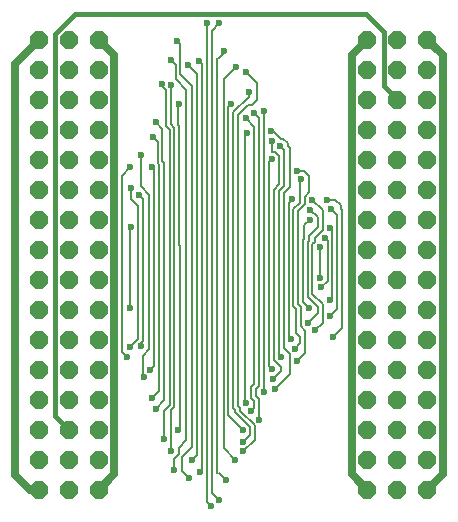
<source format=gbl>
%TF.GenerationSoftware,KiCad,Pcbnew,8.0.6*%
%TF.CreationDate,2024-12-01T20:13:50+01:00*%
%TF.ProjectId,reverseExpansionPort,72657665-7273-4654-9578-70616e73696f,rev?*%
%TF.SameCoordinates,Original*%
%TF.FileFunction,Copper,L2,Bot*%
%TF.FilePolarity,Positive*%
%FSLAX46Y46*%
G04 Gerber Fmt 4.6, Leading zero omitted, Abs format (unit mm)*
G04 Created by KiCad (PCBNEW 8.0.6) date 2024-12-01 20:13:50*
%MOMM*%
%LPD*%
G01*
G04 APERTURE LIST*
G04 Aperture macros list*
%AMOutline5P*
0 Free polygon, 5 corners , with rotation*
0 The origin of the aperture is its center*
0 number of corners: always 5*
0 $1 to $10 corner X, Y*
0 $11 Rotation angle, in degrees counterclockwise*
0 create outline with 5 corners*
4,1,5,$1,$2,$3,$4,$5,$6,$7,$8,$9,$10,$1,$2,$11*%
%AMOutline6P*
0 Free polygon, 6 corners , with rotation*
0 The origin of the aperture is its center*
0 number of corners: always 6*
0 $1 to $12 corner X, Y*
0 $13 Rotation angle, in degrees counterclockwise*
0 create outline with 6 corners*
4,1,6,$1,$2,$3,$4,$5,$6,$7,$8,$9,$10,$11,$12,$1,$2,$13*%
%AMOutline7P*
0 Free polygon, 7 corners , with rotation*
0 The origin of the aperture is its center*
0 number of corners: always 7*
0 $1 to $14 corner X, Y*
0 $15 Rotation angle, in degrees counterclockwise*
0 create outline with 7 corners*
4,1,7,$1,$2,$3,$4,$5,$6,$7,$8,$9,$10,$11,$12,$13,$14,$1,$2,$15*%
%AMOutline8P*
0 Free polygon, 8 corners , with rotation*
0 The origin of the aperture is its center*
0 number of corners: always 8*
0 $1 to $16 corner X, Y*
0 $17 Rotation angle, in degrees counterclockwise*
0 create outline with 8 corners*
4,1,8,$1,$2,$3,$4,$5,$6,$7,$8,$9,$10,$11,$12,$13,$14,$15,$16,$1,$2,$17*%
G04 Aperture macros list end*
%TA.AperFunction,ComponentPad*%
%ADD10Outline8P,-0.762000X0.315631X-0.315631X0.762000X0.315631X0.762000X0.762000X0.315631X0.762000X-0.315631X0.315631X-0.762000X-0.315631X-0.762000X-0.762000X-0.315631X180.000000*%
%TD*%
%TA.AperFunction,ComponentPad*%
%ADD11Outline8P,-0.762000X0.315631X-0.315631X0.762000X0.315631X0.762000X0.762000X0.315631X0.762000X-0.315631X0.315631X-0.762000X-0.315631X-0.762000X-0.762000X-0.315631X0.000000*%
%TD*%
%TA.AperFunction,ViaPad*%
%ADD12C,0.600000*%
%TD*%
%TA.AperFunction,Conductor*%
%ADD13C,0.400000*%
%TD*%
%TA.AperFunction,Conductor*%
%ADD14C,0.200000*%
%TD*%
%TA.AperFunction,Conductor*%
%ADD15C,0.700000*%
%TD*%
G04 APERTURE END LIST*
D10*
%TO.P,P2,A1,GND*%
%TO.N,Net-(P1-GND)*%
X132207000Y-111760000D03*
%TO.P,P2,A2,/MEMSEL*%
%TO.N,Net-(P1-{slash}MEMSEL)*%
X132207000Y-109220000D03*
%TO.P,P2,A3,/IOSEL*%
%TO.N,Net-(P1-{slash}IOSEL)*%
X132207000Y-106680000D03*
%TO.P,P2,A4,/BE*%
%TO.N,Net-(P1-{slash}BE)*%
X132207000Y-104140000D03*
%TO.P,P2,A5,D7*%
%TO.N,/D7*%
X132207000Y-101600000D03*
%TO.P,P2,A6,D6*%
%TO.N,/D6*%
X132207000Y-99060000D03*
%TO.P,P2,A7,D5*%
%TO.N,/D5*%
X132207000Y-96520000D03*
%TO.P,P2,A8,D4*%
%TO.N,/D4*%
X132207000Y-93980000D03*
%TO.P,P2,A9,D3*%
%TO.N,/D3*%
X132207000Y-91440000D03*
%TO.P,P2,A10,D2*%
%TO.N,/D2*%
X132207000Y-88900000D03*
%TO.P,P2,A11,D1*%
%TO.N,/D1*%
X132207000Y-86360000D03*
%TO.P,P2,A12,D0*%
%TO.N,/D0*%
X132207000Y-83820000D03*
%TO.P,P2,A13,/NMI*%
%TO.N,Net-(P1-{slash}NMI)*%
X132207000Y-81280000D03*
%TO.P,P2,A14,/IRQ*%
%TO.N,Net-(P1-{slash}IRQ)*%
X132207000Y-78740000D03*
%TO.P,P2,A15,/RES*%
%TO.N,Net-(P1-{slash}RES)*%
X132207000Y-76200000D03*
%TO.P,P2,A16,GND2*%
%TO.N,Net-(P1-GND)*%
X132207000Y-73660000D03*
%TO.P,P2,B1,A19*%
%TO.N,/A19*%
X134747000Y-111760000D03*
%TO.P,P2,B2,A17*%
%TO.N,/A17*%
X134747000Y-109220000D03*
%TO.P,P2,B3,A15*%
%TO.N,/A15*%
X134747000Y-106680000D03*
%TO.P,P2,B4,A13*%
%TO.N,/A13*%
X134747000Y-104140000D03*
%TO.P,P2,B5,A11*%
%TO.N,/A11*%
X134747000Y-101600000D03*
%TO.P,P2,B6,A9*%
%TO.N,/A9*%
X134747000Y-99060000D03*
%TO.P,P2,B7,A7*%
%TO.N,/A7*%
X134747000Y-96520000D03*
%TO.P,P2,B8,A5*%
%TO.N,/A5*%
X134747000Y-93980000D03*
%TO.P,P2,B9,A3*%
%TO.N,/A3*%
X134747000Y-91440000D03*
%TO.P,P2,B10,A1*%
%TO.N,/A1*%
X134747000Y-88900000D03*
%TO.P,P2,B11,SYNC*%
%TO.N,Net-(P1-SYNC)*%
X134747000Y-86360000D03*
%TO.P,P2,B12,R/-W*%
%TO.N,Net-(P1-R{slash}-W)*%
X134747000Y-83820000D03*
%TO.P,P2,B13,RDY*%
%TO.N,Net-(P1-RDY)*%
X134747000Y-81280000D03*
%TO.P,P2,B14,VCC33*%
%TO.N,Net-(P1-VCC33)*%
X134747000Y-78740000D03*
%TO.P,P2,B15,VBUF*%
%TO.N,Net-(P1-VBUF)*%
X134747000Y-76200000D03*
%TO.P,P2,B16,8PHI2*%
%TO.N,Net-(P1-8PHI2)*%
X134747000Y-73660000D03*
%TO.P,P2,C1,VCC*%
%TO.N,Net-(P1-VCC)*%
X137287000Y-111760000D03*
%TO.P,P2,C2,A18*%
%TO.N,/A18*%
X137287000Y-109220000D03*
%TO.P,P2,C3,A16*%
%TO.N,/A16*%
X137287000Y-106680000D03*
%TO.P,P2,C4,A14*%
%TO.N,/A14*%
X137287000Y-104140000D03*
%TO.P,P2,C5,A12*%
%TO.N,/A12*%
X137287000Y-101600000D03*
%TO.P,P2,C6,A10*%
%TO.N,/A10*%
X137287000Y-99060000D03*
%TO.P,P2,C7,A8*%
%TO.N,/A8*%
X137287000Y-96520000D03*
%TO.P,P2,C8,A6*%
%TO.N,/A6*%
X137287000Y-93980000D03*
%TO.P,P2,C9,A4*%
%TO.N,/A4*%
X137287000Y-91440000D03*
%TO.P,P2,C10,A2*%
%TO.N,/A2*%
X137287000Y-88900000D03*
%TO.P,P2,C11,A0*%
%TO.N,/A0*%
X137287000Y-86360000D03*
%TO.P,P2,C12,PHI2*%
%TO.N,Net-(P1-PHI2)*%
X137287000Y-83820000D03*
%TO.P,P2,C13,PHI1*%
%TO.N,Net-(P1-PHI1)*%
X137287000Y-81280000D03*
%TO.P,P2,C14,PHI0*%
%TO.N,Net-(P1-PHI0)*%
X137287000Y-78740000D03*
%TO.P,P2,C15,2PHI2*%
%TO.N,Net-(P1-2PHI2)*%
X137287000Y-76200000D03*
%TO.P,P2,C16,VCC2*%
%TO.N,Net-(P1-VCC)*%
X137287000Y-73660000D03*
%TD*%
D11*
%TO.P,P1,A1,GND*%
%TO.N,Net-(P1-GND)*%
X165100000Y-73660000D03*
%TO.P,P1,A2,/MEMSEL*%
%TO.N,Net-(P1-{slash}MEMSEL)*%
X165100000Y-76200000D03*
%TO.P,P1,A3,/IOSEL*%
%TO.N,Net-(P1-{slash}IOSEL)*%
X165100000Y-78740000D03*
%TO.P,P1,A4,/BE*%
%TO.N,Net-(P1-{slash}BE)*%
X165100000Y-81280000D03*
%TO.P,P1,A5,D7*%
%TO.N,/D7*%
X165100000Y-83820000D03*
%TO.P,P1,A6,D6*%
%TO.N,/D6*%
X165100000Y-86360000D03*
%TO.P,P1,A7,D5*%
%TO.N,/D5*%
X165100000Y-88900000D03*
%TO.P,P1,A8,D4*%
%TO.N,/D4*%
X165100000Y-91440000D03*
%TO.P,P1,A9,D3*%
%TO.N,/D3*%
X165100000Y-93980000D03*
%TO.P,P1,A10,D2*%
%TO.N,/D2*%
X165100000Y-96520000D03*
%TO.P,P1,A11,D1*%
%TO.N,/D1*%
X165100000Y-99060000D03*
%TO.P,P1,A12,D0*%
%TO.N,/D0*%
X165100000Y-101600000D03*
%TO.P,P1,A13,/NMI*%
%TO.N,Net-(P1-{slash}NMI)*%
X165100000Y-104140000D03*
%TO.P,P1,A14,/IRQ*%
%TO.N,Net-(P1-{slash}IRQ)*%
X165100000Y-106680000D03*
%TO.P,P1,A15,/RES*%
%TO.N,Net-(P1-{slash}RES)*%
X165100000Y-109220000D03*
%TO.P,P1,A16,GND2*%
%TO.N,Net-(P1-GND)*%
X165100000Y-111760000D03*
%TO.P,P1,B1,A19*%
%TO.N,/A19*%
X162560000Y-73660000D03*
%TO.P,P1,B2,A17*%
%TO.N,/A17*%
X162560000Y-76200000D03*
%TO.P,P1,B3,A15*%
%TO.N,/A15*%
X162560000Y-78740000D03*
%TO.P,P1,B4,A13*%
%TO.N,/A13*%
X162560000Y-81280000D03*
%TO.P,P1,B5,A11*%
%TO.N,/A11*%
X162560000Y-83820000D03*
%TO.P,P1,B6,A9*%
%TO.N,/A9*%
X162560000Y-86360000D03*
%TO.P,P1,B7,A7*%
%TO.N,/A7*%
X162560000Y-88900000D03*
%TO.P,P1,B8,A5*%
%TO.N,/A5*%
X162560000Y-91440000D03*
%TO.P,P1,B9,A3*%
%TO.N,/A3*%
X162560000Y-93980000D03*
%TO.P,P1,B10,A1*%
%TO.N,/A1*%
X162560000Y-96520000D03*
%TO.P,P1,B11,SYNC*%
%TO.N,Net-(P1-SYNC)*%
X162560000Y-99060000D03*
%TO.P,P1,B12,R/-W*%
%TO.N,Net-(P1-R{slash}-W)*%
X162560000Y-101600000D03*
%TO.P,P1,B13,RDY*%
%TO.N,Net-(P1-RDY)*%
X162560000Y-104140000D03*
%TO.P,P1,B14,VCC33*%
%TO.N,Net-(P1-VCC33)*%
X162560000Y-106680000D03*
%TO.P,P1,B15,VBUF*%
%TO.N,Net-(P1-VBUF)*%
X162560000Y-109220000D03*
%TO.P,P1,B16,8PHI2*%
%TO.N,Net-(P1-8PHI2)*%
X162560000Y-111760000D03*
%TO.P,P1,C1,VCC*%
%TO.N,Net-(P1-VCC)*%
X160020000Y-73660000D03*
%TO.P,P1,C2,A18*%
%TO.N,/A18*%
X160020000Y-76200000D03*
%TO.P,P1,C3,A16*%
%TO.N,/A16*%
X160020000Y-78740000D03*
%TO.P,P1,C4,A14*%
%TO.N,/A14*%
X160020000Y-81280000D03*
%TO.P,P1,C5,A12*%
%TO.N,/A12*%
X160020000Y-83820000D03*
%TO.P,P1,C6,A10*%
%TO.N,/A10*%
X160020000Y-86360000D03*
%TO.P,P1,C7,A8*%
%TO.N,/A8*%
X160020000Y-88900000D03*
%TO.P,P1,C8,A6*%
%TO.N,/A6*%
X160020000Y-91440000D03*
%TO.P,P1,C9,A4*%
%TO.N,/A4*%
X160020000Y-93980000D03*
%TO.P,P1,C10,A2*%
%TO.N,/A2*%
X160020000Y-96520000D03*
%TO.P,P1,C11,A0*%
%TO.N,/A0*%
X160020000Y-99060000D03*
%TO.P,P1,C12,PHI2*%
%TO.N,Net-(P1-PHI2)*%
X160020000Y-101600000D03*
%TO.P,P1,C13,PHI1*%
%TO.N,Net-(P1-PHI1)*%
X160020000Y-104140000D03*
%TO.P,P1,C14,PHI0*%
%TO.N,Net-(P1-PHI0)*%
X160020000Y-106680000D03*
%TO.P,P1,C15,2PHI2*%
%TO.N,Net-(P1-2PHI2)*%
X160020000Y-109220000D03*
%TO.P,P1,C16,VCC2*%
%TO.N,Net-(P1-VCC)*%
X160020000Y-111760000D03*
%TD*%
D12*
%TO.N,/A13*%
X142113000Y-80645000D03*
X142087600Y-104876600D03*
%TO.N,/A10*%
X140891863Y-99567791D03*
X140647502Y-86782493D03*
%TO.N,/A9*%
X139997502Y-86155000D03*
X139899000Y-99697621D03*
%TO.N,/A17*%
X143654616Y-110048000D03*
X143368000Y-75341000D03*
%TO.N,/A7*%
X156972000Y-88011000D03*
X156845000Y-97025000D03*
%TO.N,/A3*%
X156083000Y-94615000D03*
X156449000Y-90400003D03*
%TO.N,/A1*%
X155007092Y-97633658D03*
X155179035Y-88020054D03*
%TO.N,/A11*%
X141097000Y-102235000D03*
X140825750Y-83358000D03*
%TO.N,/A12*%
X141605000Y-101600000D03*
X141760947Y-84440000D03*
%TO.N,/A2*%
X155062845Y-96375779D03*
X155156425Y-88869756D03*
%TO.N,/A18*%
X145161000Y-109220000D03*
X144842320Y-75812000D03*
%TO.N,/A15*%
X142586911Y-77391000D03*
X142769948Y-107442000D03*
%TO.N,/A4*%
X156011000Y-91170446D03*
X156017679Y-93787041D03*
%TO.N,/A0*%
X153625124Y-87155971D03*
X153592228Y-98984893D03*
%TO.N,/A8*%
X139899000Y-96393000D03*
X139989000Y-89469756D03*
%TO.N,/A14*%
X141859000Y-81915000D03*
X141809000Y-104013000D03*
%TO.N,/A16*%
X144018000Y-106680000D03*
X144068000Y-79065401D03*
%TO.N,/A19*%
X147447000Y-72263000D03*
X147432535Y-112622339D03*
%TO.N,Net-(P1-2PHI2)*%
X148914286Y-75926435D03*
X148844000Y-109220000D03*
%TO.N,Net-(P1-PHI1)*%
X149789173Y-81496438D03*
X149699207Y-104374095D03*
%TO.N,Net-(P1-{slash}NMI)*%
X150401260Y-79819500D03*
X150863743Y-105802000D03*
%TO.N,Net-(P1-VBUF)*%
X145831000Y-110236000D03*
X145761538Y-75412000D03*
%TO.N,Net-(P1-8PHI2)*%
X146431000Y-72263000D03*
X146742729Y-113119000D03*
%TO.N,/D6*%
X139954000Y-84455000D03*
X139685712Y-100532983D03*
%TO.N,Net-(P1-RDY)*%
X149699936Y-80230667D03*
X150165872Y-105104128D03*
%TO.N,/D2*%
X155614721Y-98228040D03*
X155348805Y-87201844D03*
%TO.N,Net-(P1-{slash}BE)*%
X151257000Y-103505000D03*
X151237899Y-79698253D03*
%TO.N,Net-(P1-SYNC)*%
X154426030Y-85434790D03*
X153884028Y-99815910D03*
%TO.N,Net-(P1-{slash}RES)*%
X147872028Y-74564529D03*
X148047000Y-110882000D03*
%TO.N,/D1*%
X154037598Y-84724000D03*
X154072289Y-100832302D03*
%TO.N,Net-(P1-VCC33)*%
X149988331Y-78090196D03*
X149479000Y-107696000D03*
%TO.N,/D0*%
X152177860Y-103201208D03*
X151876949Y-81365370D03*
%TO.N,/D5*%
X156627504Y-87176756D03*
X157099000Y-98828040D03*
%TO.N,Net-(P1-PHI0)*%
X149479000Y-106680000D03*
X148463000Y-79121000D03*
%TO.N,Net-(P1-{slash}MEMSEL)*%
X143935539Y-73788623D03*
X144907000Y-110744000D03*
%TO.N,Net-(P1-R{slash}-W)*%
X152009052Y-102368137D03*
X151914596Y-82214538D03*
%TO.N,/D3*%
X156845000Y-89550000D03*
X156811000Y-95692000D03*
%TO.N,/D7*%
X152638319Y-82674948D03*
X152731604Y-100497545D03*
%TO.N,Net-(P1-{slash}IRQ)*%
X149479000Y-108496003D03*
X149720673Y-76364158D03*
%TO.N,Net-(P1-PHI2)*%
X151947571Y-101510378D03*
X151905710Y-83780818D03*
%TO.N,Net-(P1-{slash}IOSEL)*%
X143383000Y-108458000D03*
X143383000Y-77470000D03*
%TD*%
D13*
%TO.N,/A15*%
X134747000Y-106680000D02*
X133585000Y-105518000D01*
X161398000Y-73006000D02*
X161398000Y-77578000D01*
X133585000Y-105518000D02*
X133585000Y-73178682D01*
X135262682Y-71501000D02*
X159893000Y-71501000D01*
X133585000Y-73178682D02*
X135262682Y-71501000D01*
X159893000Y-71501000D02*
X161398000Y-73006000D01*
X161398000Y-77578000D02*
X162560000Y-78740000D01*
D14*
%TO.N,/A13*%
X142810947Y-84072308D02*
X142655000Y-83916361D01*
X142810947Y-104153253D02*
X142810947Y-84072308D01*
X142655000Y-83916361D02*
X142655000Y-81187000D01*
X142655000Y-81187000D02*
X142113000Y-80645000D01*
X142087600Y-104876600D02*
X142810947Y-104153253D01*
%TO.N,/A10*%
X140989000Y-87123991D02*
X140647502Y-86782493D01*
X140891863Y-99567791D02*
X140754685Y-99430613D01*
X140989000Y-99173307D02*
X140989000Y-87123991D01*
X140754685Y-99430613D02*
X140754685Y-99407621D01*
X140754685Y-99407621D02*
X140989000Y-99173307D01*
%TO.N,/A9*%
X139997502Y-86155000D02*
X139997502Y-87165502D01*
X140589000Y-99007621D02*
X139899000Y-99697621D01*
X140589000Y-87757000D02*
X140589000Y-99007621D01*
X139997502Y-87165502D02*
X140589000Y-87757000D01*
%TO.N,/A17*%
X143368000Y-75341000D02*
X143783000Y-75756000D01*
X144668000Y-107553761D02*
X144033000Y-108188761D01*
X143783000Y-76982438D02*
X144668000Y-77867438D01*
X144668000Y-77867438D02*
X144668000Y-107553761D01*
X144033000Y-108188761D02*
X144033000Y-108727239D01*
X143654616Y-109105623D02*
X143654616Y-110048000D01*
X143783000Y-75756000D02*
X143783000Y-76982438D01*
X144033000Y-108727239D02*
X143654616Y-109105623D01*
%TO.N,/A7*%
X156845000Y-97025000D02*
X157461000Y-96409000D01*
X157461000Y-88500000D02*
X156972000Y-88011000D01*
X157461000Y-96409000D02*
X157461000Y-88500000D01*
%TO.N,/A3*%
X156661000Y-90612003D02*
X156449000Y-90400003D01*
X156083000Y-94615000D02*
X156661000Y-94037000D01*
X156661000Y-94037000D02*
X156661000Y-90612003D01*
%TO.N,/A1*%
X154967679Y-90785842D02*
X154967679Y-95404679D01*
X155067000Y-90686522D02*
X154967679Y-90785842D01*
X155179035Y-88020054D02*
X155829000Y-88670019D01*
X155829000Y-88670019D02*
X155829000Y-89535079D01*
X155067000Y-90297079D02*
X155067000Y-90686522D01*
X155829000Y-96266000D02*
X155829000Y-96811750D01*
X155829000Y-89535079D02*
X155067000Y-90297079D01*
X155829000Y-96811750D02*
X155007092Y-97633658D01*
X154967679Y-95404679D02*
X155829000Y-96266000D01*
%TO.N,/A11*%
X140825750Y-86030131D02*
X141541863Y-86746244D01*
X141541863Y-99837030D02*
X140985000Y-100393893D01*
X140985000Y-102123000D02*
X141097000Y-102235000D01*
X140825750Y-83358000D02*
X140825750Y-86030131D01*
X141541863Y-86746244D02*
X141541863Y-99837030D01*
X140985000Y-100393893D02*
X140985000Y-102123000D01*
%TO.N,/A12*%
X141605000Y-101600000D02*
X141941863Y-101263137D01*
X141941863Y-101263137D02*
X141941863Y-84620916D01*
X141941863Y-84620916D02*
X141760947Y-84440000D01*
%TO.N,/A2*%
X154667000Y-90520834D02*
X154559000Y-90628834D01*
X154559000Y-95871934D02*
X155062845Y-96375779D01*
X155156425Y-88869756D02*
X154667000Y-89359181D01*
X154559000Y-90628834D02*
X154559000Y-95871934D01*
X154667000Y-89359181D02*
X154667000Y-90520834D01*
%TO.N,/A18*%
X145161000Y-109220000D02*
X145595000Y-108786000D01*
X145595000Y-108786000D02*
X145595000Y-76564680D01*
X145595000Y-76564680D02*
X144842320Y-75812000D01*
%TO.N,/A15*%
X142769948Y-105064737D02*
X143275000Y-104559685D01*
X142983000Y-77918529D02*
X142586911Y-77522440D01*
X142586911Y-77522440D02*
X142586911Y-77391000D01*
X142769948Y-107442000D02*
X142769948Y-105064737D01*
X143275000Y-81241314D02*
X142983000Y-80949314D01*
X142983000Y-80949314D02*
X142983000Y-77918529D01*
X143275000Y-104559685D02*
X143275000Y-81241314D01*
%TO.N,/A4*%
X156017679Y-93787041D02*
X156017679Y-91177125D01*
X156017679Y-91177125D02*
X156011000Y-91170446D01*
%TO.N,/A0*%
X153359000Y-87422095D02*
X153625124Y-87155971D01*
X153359000Y-98751665D02*
X153359000Y-87422095D01*
X153592228Y-98984893D02*
X153359000Y-98751665D01*
%TO.N,/A8*%
X139954000Y-89504756D02*
X139954000Y-96338000D01*
X139954000Y-96338000D02*
X139899000Y-96393000D01*
X139989000Y-89469756D02*
X139954000Y-89504756D01*
%TO.N,/A14*%
X142410947Y-84237994D02*
X142410947Y-103411053D01*
X142410947Y-103411053D02*
X141809000Y-104013000D01*
X142255000Y-82311000D02*
X142255000Y-84082047D01*
X141859000Y-81915000D02*
X142255000Y-82311000D01*
X142255000Y-84082047D02*
X142410947Y-84237994D01*
%TO.N,/A16*%
X144018000Y-80852942D02*
X144075000Y-80909942D01*
X144075000Y-80909942D02*
X144075000Y-90989000D01*
X144018000Y-79115401D02*
X144018000Y-80852942D01*
X144068000Y-79065401D02*
X144018000Y-79115401D01*
X144145000Y-106553000D02*
X144018000Y-106680000D01*
X144145000Y-91059000D02*
X144145000Y-106553000D01*
X144075000Y-90989000D02*
X144145000Y-91059000D01*
%TO.N,/A19*%
X147447000Y-72263000D02*
X146831000Y-72879000D01*
X146831000Y-72879000D02*
X146831000Y-112020804D01*
X146831000Y-112020804D02*
X147432535Y-112622339D01*
%TO.N,Net-(P1-2PHI2)*%
X147847000Y-108223000D02*
X147847000Y-76993721D01*
X148844000Y-109220000D02*
X147847000Y-108223000D01*
X147847000Y-76993721D02*
X148914286Y-75926435D01*
%TO.N,Net-(P1-PHI1)*%
X149699207Y-104374095D02*
X149676000Y-104350888D01*
X149676000Y-81609611D02*
X149789173Y-81496438D01*
X149676000Y-104350888D02*
X149676000Y-81609611D01*
%TO.N,Net-(P1-{slash}NMI)*%
X150863743Y-104058429D02*
X150607000Y-103801686D01*
X150607000Y-103235761D02*
X150857000Y-102985761D01*
X150857000Y-102985761D02*
X150857000Y-80275240D01*
X150857000Y-80275240D02*
X150401260Y-79819500D01*
X150607000Y-103801686D02*
X150607000Y-103235761D01*
X150863743Y-105802000D02*
X150863743Y-104058429D01*
%TO.N,Net-(P1-VBUF)*%
X145995000Y-75645462D02*
X145761538Y-75412000D01*
X145995000Y-110072000D02*
X145995000Y-75645462D01*
X145831000Y-110236000D02*
X145995000Y-110072000D01*
%TO.N,Net-(P1-8PHI2)*%
X146431000Y-112807271D02*
X146742729Y-113119000D01*
X146431000Y-72263000D02*
X146431000Y-112807271D01*
%TO.N,/D6*%
X139954000Y-84455000D02*
X139249000Y-85160000D01*
X139249000Y-85160000D02*
X139249000Y-100096271D01*
X139249000Y-100096271D02*
X139685712Y-100532983D01*
%TO.N,Net-(P1-RDY)*%
X150203000Y-103074075D02*
X150457000Y-102820075D01*
X150457000Y-80987731D02*
X149699936Y-80230667D01*
X150203000Y-103963372D02*
X150203000Y-103074075D01*
X150437314Y-104832686D02*
X150437314Y-104197685D01*
X150437314Y-104197685D02*
X150203000Y-103963372D01*
X150457000Y-102820075D02*
X150457000Y-80987731D01*
X150165872Y-105104128D02*
X150437314Y-104832686D01*
%TO.N,/D2*%
X156229000Y-96031000D02*
X156229000Y-97613761D01*
X155367679Y-90951528D02*
X155367679Y-95169679D01*
X156229000Y-89750003D02*
X155545000Y-90434003D01*
X155367679Y-95169679D02*
X156229000Y-96031000D01*
X155545000Y-90434003D02*
X155545000Y-90774207D01*
X156229000Y-97613761D02*
X155614721Y-98228040D01*
X156229000Y-88082039D02*
X156229000Y-89750003D01*
X155545000Y-90774207D02*
X155367679Y-90951528D01*
X155348805Y-87201844D02*
X156229000Y-88082039D01*
%TO.N,Net-(P1-{slash}BE)*%
X151257000Y-79717354D02*
X151237899Y-79698253D01*
X151257000Y-103505000D02*
X151257000Y-79717354D01*
%TO.N,Net-(P1-SYNC)*%
X154426030Y-85434790D02*
X154275124Y-85585696D01*
X154353664Y-98850374D02*
X154353664Y-99346274D01*
X154275124Y-85585696D02*
X154275124Y-87425210D01*
X153759000Y-96203306D02*
X153957092Y-96401398D01*
X154353664Y-99346274D02*
X153884028Y-99815910D01*
X154275124Y-87425210D02*
X153759000Y-87941334D01*
X153759000Y-87941334D02*
X153759000Y-96203306D01*
X153957092Y-96401398D02*
X153957092Y-98453802D01*
X153957092Y-98453802D02*
X154353664Y-98850374D01*
%TO.N,Net-(P1-{slash}RES)*%
X147447000Y-75184000D02*
X147872028Y-74758972D01*
X147320000Y-75184000D02*
X147320000Y-110282000D01*
X147447000Y-110282000D02*
X148047000Y-110882000D01*
X147872028Y-74758972D02*
X147872028Y-74564529D01*
D15*
%TO.N,Net-(P1-GND)*%
X130187000Y-110502000D02*
X131445000Y-111760000D01*
X132207000Y-73660000D02*
X130187000Y-75680000D01*
X130187000Y-75680000D02*
X130187000Y-110502000D01*
X166412000Y-110448000D02*
X166412000Y-74972000D01*
X166412000Y-74972000D02*
X165100000Y-73660000D01*
X165100000Y-111760000D02*
X166412000Y-110448000D01*
X131445000Y-111760000D02*
X132207000Y-111760000D01*
D14*
%TO.N,/D1*%
X154753664Y-98299469D02*
X154357092Y-97902897D01*
X154159000Y-88107020D02*
X154698805Y-87567215D01*
X154698805Y-87567215D02*
X154698805Y-86932605D01*
X154072289Y-100832302D02*
X154753664Y-100150927D01*
X154634479Y-84724000D02*
X154037598Y-84724000D01*
X154698805Y-86932605D02*
X155076030Y-86555380D01*
X155076030Y-85165551D02*
X154634479Y-84724000D01*
X154159000Y-96037620D02*
X154159000Y-88107020D01*
X155076030Y-86555380D02*
X155076030Y-85165551D01*
X154357092Y-96235712D02*
X154159000Y-96037620D01*
X154357092Y-97902897D02*
X154357092Y-96235712D01*
X154753664Y-100150927D02*
X154753664Y-98299469D01*
%TO.N,Net-(P1-VCC33)*%
X148846884Y-105006697D02*
X148649207Y-104809020D01*
X150079000Y-106431471D02*
X148846884Y-105199355D01*
X148846884Y-105199355D02*
X148846884Y-105006697D01*
X150079000Y-107096000D02*
X150079000Y-106431471D01*
X148649207Y-80666321D02*
X148649936Y-80665592D01*
X148649936Y-80665592D02*
X148649936Y-79795742D01*
X148649207Y-104809020D02*
X148649207Y-80666321D01*
X148649936Y-79795742D02*
X149988331Y-78457347D01*
X149988331Y-78457347D02*
X149988331Y-78090196D01*
X149479000Y-107696000D02*
X150079000Y-107096000D01*
D15*
%TO.N,Net-(P1-VCC)*%
X138599000Y-74972000D02*
X138599000Y-110448000D01*
X138599000Y-110448000D02*
X137287000Y-111760000D01*
X137287000Y-73660000D02*
X138599000Y-74972000D01*
X160020000Y-73660000D02*
X158708000Y-74972000D01*
X158708000Y-74972000D02*
X158708000Y-110448000D01*
X158708000Y-110448000D02*
X160020000Y-111760000D01*
D14*
%TO.N,/D0*%
X153288319Y-82405709D02*
X152907558Y-82024948D01*
X152927000Y-86652686D02*
X153435000Y-86144686D01*
X152907558Y-82024948D02*
X152667187Y-82024948D01*
X153435000Y-86144686D02*
X153435000Y-82792761D01*
X152007609Y-81365370D02*
X151876949Y-81365370D01*
X152927000Y-99778121D02*
X152927000Y-86652686D01*
X153431000Y-101948068D02*
X153431000Y-100282121D01*
X153288319Y-82646080D02*
X153288319Y-82405709D01*
X153431000Y-100282121D02*
X152927000Y-99778121D01*
X153435000Y-82792761D02*
X153288319Y-82646080D01*
X152177860Y-103201208D02*
X153431000Y-101948068D01*
X152667187Y-82024948D02*
X152007609Y-81365370D01*
%TO.N,/D5*%
X157310995Y-87176756D02*
X156627504Y-87176756D01*
X157099000Y-98828040D02*
X157861000Y-98066040D01*
X157749000Y-87968314D02*
X157749000Y-87614761D01*
X157861000Y-88080314D02*
X157749000Y-87968314D01*
X157861000Y-98066040D02*
X157861000Y-88080314D01*
X157749000Y-87614761D02*
X157310995Y-87176756D01*
%TO.N,Net-(P1-PHI0)*%
X148249207Y-105450207D02*
X148249207Y-79334793D01*
X148249207Y-79334793D02*
X148463000Y-79121000D01*
X149479000Y-106680000D02*
X148249207Y-105450207D01*
%TO.N,Net-(P1-{slash}MEMSEL)*%
X144329685Y-110166685D02*
X144329685Y-108996239D01*
X144329685Y-108996239D02*
X145195000Y-108130924D01*
X145195000Y-77543075D02*
X144183000Y-76531075D01*
X144907000Y-110744000D02*
X144329685Y-110166685D01*
X145195000Y-108130924D02*
X145195000Y-77543075D01*
X144183000Y-74036084D02*
X143935539Y-73788623D01*
X144183000Y-76531075D02*
X144183000Y-74036084D01*
%TO.N,Net-(P1-R{slash}-W)*%
X152127000Y-86321314D02*
X152555710Y-85892604D01*
X151934579Y-83130818D02*
X151914596Y-83110835D01*
X151914596Y-83110835D02*
X151914596Y-82214538D01*
X152127000Y-100774367D02*
X152127000Y-86321314D01*
X152684000Y-101693189D02*
X152684000Y-101331367D01*
X152555710Y-83511579D02*
X152174949Y-83130818D01*
X152174949Y-83130818D02*
X151934579Y-83130818D01*
X152684000Y-101331367D02*
X152127000Y-100774367D01*
X152555710Y-85892604D02*
X152555710Y-83511579D01*
X152009052Y-102368137D02*
X152684000Y-101693189D01*
%TO.N,/D3*%
X156845000Y-89550000D02*
X157061000Y-89766000D01*
X157061000Y-95442000D02*
X156811000Y-95692000D01*
X157061000Y-89766000D02*
X157061000Y-95442000D01*
%TO.N,/D7*%
X152955710Y-82992339D02*
X152955710Y-86058290D01*
X152955710Y-86058290D02*
X152527000Y-86487000D01*
X152527000Y-86487000D02*
X152527000Y-100292941D01*
X152527000Y-100292941D02*
X152731604Y-100497545D01*
X152638319Y-82674948D02*
X152955710Y-82992339D01*
%TO.N,Net-(P1-{slash}IRQ)*%
X150643930Y-78784591D02*
X150643930Y-77287415D01*
X149049936Y-104104127D02*
X149049936Y-79997585D01*
X149049207Y-104104856D02*
X149049936Y-104104127D01*
X149878021Y-79169500D02*
X150259021Y-79169500D01*
X150643930Y-77287415D02*
X149720673Y-76364158D01*
X149049936Y-79997585D02*
X149878021Y-79169500D01*
X149246884Y-105033669D02*
X149246884Y-104841011D01*
X149527526Y-108496003D02*
X150479000Y-107544529D01*
X150479000Y-107544529D02*
X150479000Y-106265785D01*
X149479000Y-108496003D02*
X149527526Y-108496003D01*
X149049207Y-104643334D02*
X149049207Y-104104856D01*
X149246884Y-104841011D02*
X149049207Y-104643334D01*
X150259021Y-79169500D02*
X150643930Y-78784591D01*
X150479000Y-106265785D02*
X149246884Y-105033669D01*
%TO.N,Net-(P1-PHI2)*%
X151727000Y-101289807D02*
X151727000Y-83959528D01*
X151947571Y-101510378D02*
X151727000Y-101289807D01*
X151727000Y-83959528D02*
X151905710Y-83780818D01*
%TO.N,Net-(P1-{slash}IOSEL)*%
X143675000Y-104725371D02*
X143383000Y-105017371D01*
X143675000Y-81075628D02*
X143675000Y-104725371D01*
X143383000Y-77470000D02*
X143383000Y-80783628D01*
X143383000Y-105017371D02*
X143383000Y-108458000D01*
X143383000Y-80783628D02*
X143675000Y-81075628D01*
%TD*%
M02*

</source>
